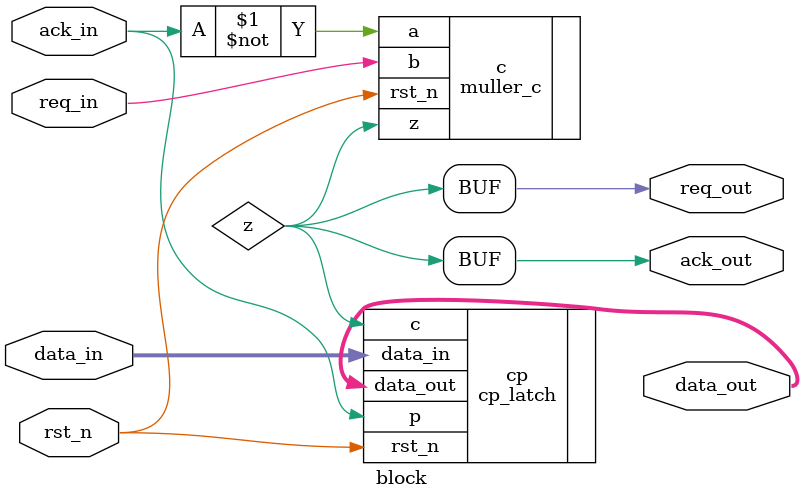
<source format=v>
module block(rst_n,req_in,ack_in,data_in,
  data_out,ack_out,req_out);
  parameter data_width = 3;
  input rst_n;
  input req_in;
  input ack_in;
  input [data_width-1:0]data_in;
  output [data_width-1:0]data_out;
  output ack_out;
  output req_out;
  wire z;
  
  muller_c c(
    .a(~ack_in),
    .b(req_in),
    .z(z),
    .rst_n(rst_n)
    );
  assign req_out = z;
  assign ack_out = z;
  
  cp_latch cp(
    .c(z),
    .p(ack_in),
    .data_in(data_in),
    .data_out(data_out),
    .rst_n(rst_n)
    );
endmodule
    
</source>
